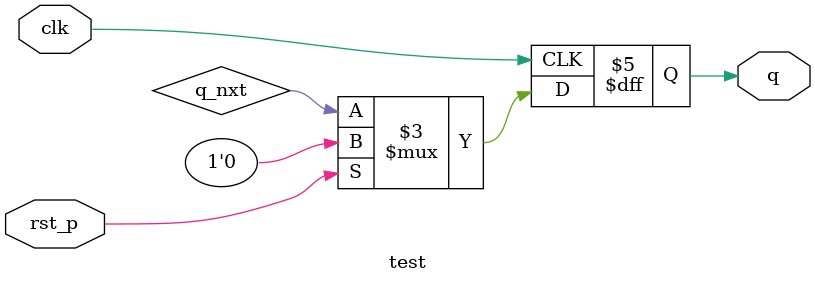
<source format=v>
module test (clk,rst_p,q);
 inout clk,rst_p;
 output q;
 reg q;
 reg q_nxt;
 always @(posedge clk)
   begin: Dff //a meaningful name is attached on process
    if ( rst_p )
       q = 0;
    else
       q = q_nxt;
   end
endmodule


</source>
